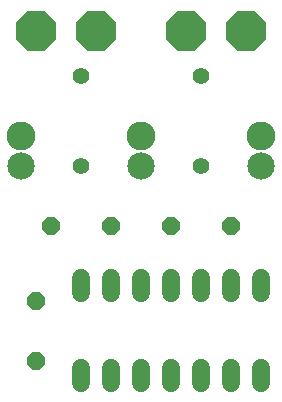
<source format=gts>
G75*
G70*
%OFA0B0*%
%FSLAX24Y24*%
%IPPOS*%
%LPD*%
%AMOC8*
5,1,8,0,0,1.08239X$1,22.5*
%
%ADD10C,0.0600*%
%ADD11C,0.0966*%
%ADD12C,0.0907*%
%ADD13C,0.0556*%
%ADD14OC8,0.0600*%
%ADD15OC8,0.1330*%
D10*
X003680Y001170D02*
X003680Y001690D01*
X004680Y001690D02*
X004680Y001170D01*
X005680Y001170D02*
X005680Y001690D01*
X006680Y001690D02*
X006680Y001170D01*
X007680Y001170D02*
X007680Y001690D01*
X008680Y001690D02*
X008680Y001170D01*
X009680Y001170D02*
X009680Y001690D01*
X009680Y004170D02*
X009680Y004690D01*
X008680Y004690D02*
X008680Y004170D01*
X007680Y004170D02*
X007680Y004690D01*
X006680Y004690D02*
X006680Y004170D01*
X005680Y004170D02*
X005680Y004690D01*
X004680Y004690D02*
X004680Y004170D01*
X003680Y004170D02*
X003680Y004690D01*
D11*
X001680Y009430D03*
X005680Y009430D03*
X009680Y009430D03*
D12*
X009680Y008430D03*
X005680Y008430D03*
X001680Y008430D03*
D13*
X003680Y008430D03*
X003680Y011430D03*
X007680Y011430D03*
X007680Y008430D03*
D14*
X002180Y001930D03*
X002180Y003930D03*
X002680Y006430D03*
X004680Y006430D03*
X006680Y006430D03*
X008680Y006430D03*
D15*
X009180Y012930D03*
X007180Y012930D03*
X004180Y012930D03*
X002180Y012930D03*
M02*

</source>
